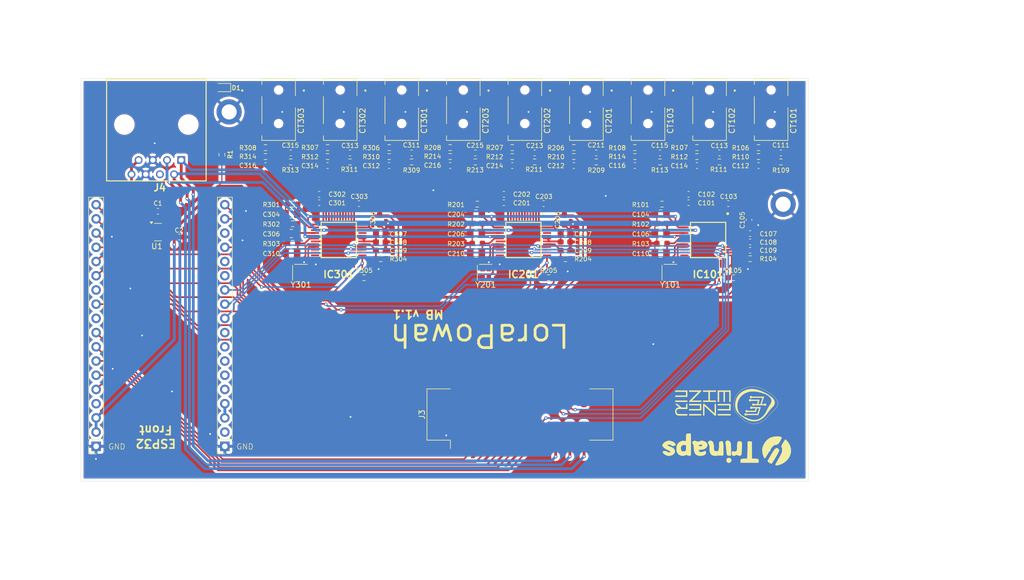
<source format=kicad_pcb>
(kicad_pcb
	(version 20240108)
	(generator "pcbnew")
	(generator_version "8.0")
	(general
		(thickness 1.6)
		(legacy_teardrops no)
	)
	(paper "A4")
	(layers
		(0 "F.Cu" signal)
		(31 "B.Cu" signal)
		(32 "B.Adhes" user "B.Adhesive")
		(33 "F.Adhes" user "F.Adhesive")
		(34 "B.Paste" user)
		(35 "F.Paste" user)
		(36 "B.SilkS" user "B.Silkscreen")
		(37 "F.SilkS" user "F.Silkscreen")
		(38 "B.Mask" user)
		(39 "F.Mask" user)
		(40 "Dwgs.User" user "User.Drawings")
		(41 "Cmts.User" user "User.Comments")
		(42 "Eco1.User" user "User.Eco1")
		(43 "Eco2.User" user "User.Eco2")
		(44 "Edge.Cuts" user)
		(45 "Margin" user)
		(46 "B.CrtYd" user "B.Courtyard")
		(47 "F.CrtYd" user "F.Courtyard")
		(48 "B.Fab" user)
		(49 "F.Fab" user)
		(50 "User.1" user)
		(51 "User.2" user)
		(52 "User.3" user)
		(53 "User.4" user)
		(54 "User.5" user)
		(55 "User.6" user)
		(56 "User.7" user)
		(57 "User.8" user)
		(58 "User.9" user)
	)
	(setup
		(pad_to_mask_clearance 0)
		(allow_soldermask_bridges_in_footprints no)
		(grid_origin 100.9 42.56)
		(pcbplotparams
			(layerselection 0x00010fc_ffffffff)
			(plot_on_all_layers_selection 0x0000000_00000000)
			(disableapertmacros no)
			(usegerberextensions no)
			(usegerberattributes yes)
			(usegerberadvancedattributes yes)
			(creategerberjobfile yes)
			(dashed_line_dash_ratio 12.000000)
			(dashed_line_gap_ratio 3.000000)
			(svgprecision 4)
			(plotframeref no)
			(viasonmask no)
			(mode 1)
			(useauxorigin no)
			(hpglpennumber 1)
			(hpglpenspeed 20)
			(hpglpendiameter 15.000000)
			(pdf_front_fp_property_popups yes)
			(pdf_back_fp_property_popups yes)
			(dxfpolygonmode yes)
			(dxfimperialunits yes)
			(dxfusepcbnewfont yes)
			(psnegative no)
			(psa4output no)
			(plotreference yes)
			(plotvalue yes)
			(plotfptext yes)
			(plotinvisibletext no)
			(sketchpadsonfab no)
			(subtractmaskfromsilk no)
			(outputformat 1)
			(mirror no)
			(drillshape 1)
			(scaleselection 1)
			(outputdirectory "")
		)
	)
	(net 0 "")
	(net 1 "GND")
	(net 2 "3V3")
	(net 3 "/current_sense_1/IA1P")
	(net 4 "/current_sense_1/IA1N")
	(net 5 "/current_sense_1/IB1P")
	(net 6 "/current_sense_1/IB1N")
	(net 7 "/current_sense_1/IC1P")
	(net 8 "/current_sense_1/IC1N")
	(net 9 "/current_sense_2/IA1P")
	(net 10 "/current_sense_2/IA1N")
	(net 11 "/current_sense_2/IB1P")
	(net 12 "/current_sense_2/IB1N")
	(net 13 "/current_sense_2/IC1P")
	(net 14 "/current_sense_2/IC1N")
	(net 15 "/current_sense_3/IA1P")
	(net 16 "/current_sense_3/IA1N")
	(net 17 "/current_sense_3/IB1P")
	(net 18 "/current_sense_3/IB1N")
	(net 19 "/current_sense_3/IC1P")
	(net 20 "/current_sense_3/IC1N")
	(net 21 "VBP-1")
	(net 22 "SCLK")
	(net 23 "MOSI")
	(net 24 "MISO")
	(net 25 "VAP-1")
	(net 26 "VCP-1")
	(net 27 "VIN")
	(net 28 "/Heltec Lora 32 v3 connector/IO36")
	(net 29 "/Heltec Lora 32 v3 connector/IO47")
	(net 30 "/Heltec Lora 32 v3 connector/IO44")
	(net 31 "/Heltec Lora 32 v3 connector/IO0")
	(net 32 "/Heltec Lora 32 v3 connector/IO48")
	(net 33 "/Heltec Lora 32 v3 connector/RST")
	(net 34 "/Heltec Lora 32 v3 connector/IO21")
	(net 35 "/Heltec Lora 32 v3 connector/IO43")
	(net 36 "/Heltec Lora 32 v3 connector/IO7")
	(net 37 "/Heltec Lora 32 v3 connector/IO1")
	(net 38 "/Heltec Lora 32 v3 connector/IO40")
	(net 39 "/Heltec Lora 32 v3 connector/IO42")
	(net 40 "/Heltec Lora 32 v3 connector/IO38")
	(net 41 "/Heltec Lora 32 v3 connector/IO37")
	(net 42 "/Heltec Lora 32 v3 connector/IO39")
	(net 43 "/Heltec Lora 32 v3 connector/IO45")
	(net 44 "/Heltec Lora 32 v3 connector/Ve")
	(net 45 "/Heltec Lora 32 v3 connector/IO41")
	(net 46 "/Heltec Lora 32 v3 connector/IO46")
	(net 47 "/Heltec Lora 32 v3 connector/5V")
	(net 48 "/IO19")
	(net 49 "/IO20")
	(net 50 "/IO26")
	(net 51 "/Heltec Lora 32 v3 connector/IO5")
	(net 52 "/Heltec Lora 32 v3 connector/IO6")
	(net 53 "Net-(IC301-VREF)")
	(net 54 "Net-(IC301-V1N)")
	(net 55 "Net-(IC301-V2N)")
	(net 56 "Net-(IC301-VDD18_1)")
	(net 57 "Net-(IC301-~{RESET})")
	(net 58 "Net-(IC301-V3N)")
	(net 59 "Net-(CT301-Pad3)")
	(net 60 "Net-(CT301-Pad1)")
	(net 61 "unconnected-(CT301-Pad2)")
	(net 62 "Net-(CT302-Pad3)")
	(net 63 "unconnected-(CT302-Pad2)")
	(net 64 "Net-(CT302-Pad1)")
	(net 65 "unconnected-(CT303-Pad2)")
	(net 66 "Net-(CT303-Pad1)")
	(net 67 "Net-(CT303-Pad3)")
	(net 68 "unconnected-(IC301-IRQ1-Pad31)")
	(net 69 "Net-(IC301-OSCI)")
	(net 70 "unconnected-(IC301-CF1-Pad25)")
	(net 71 "unconnected-(IC301-CF3-Pad27)")
	(net 72 "unconnected-(IC301-NC_1-Pad35)")
	(net 73 "unconnected-(IC301-NC_3-Pad46)")
	(net 74 "unconnected-(IC301-IRQ0-Pad30)")
	(net 75 "Net-(IC301-OSCO)")
	(net 76 "unconnected-(IC301-NC_2-Pad45)")
	(net 77 "unconnected-(IC301-ZX2-Pad24)")
	(net 78 "unconnected-(IC301-CF2-Pad26)")
	(net 79 "unconnected-(IC301-CF4-Pad28)")
	(net 80 "unconnected-(IC301-ZX0-Pad22)")
	(net 81 "unconnected-(IC301-ZX1-Pad23)")
	(net 82 "unconnected-(IC301-WARNOUT-Pad29)")
	(net 83 "Net-(IC101-VREF)")
	(net 84 "Net-(IC101-V1N)")
	(net 85 "Net-(IC101-V2N)")
	(net 86 "Net-(IC101-VDD18_1)")
	(net 87 "Net-(IC101-~{RESET})")
	(net 88 "Net-(IC101-V3N)")
	(net 89 "Net-(IC201-VREF)")
	(net 90 "Net-(IC201-V1N)")
	(net 91 "Net-(IC201-V2N)")
	(net 92 "Net-(IC201-VDD18_1)")
	(net 93 "Net-(IC201-~{RESET})")
	(net 94 "Net-(IC201-V3N)")
	(net 95 "Net-(CT101-Pad3)")
	(net 96 "Net-(CT101-Pad1)")
	(net 97 "unconnected-(CT101-Pad2)")
	(net 98 "Net-(CT102-Pad3)")
	(net 99 "unconnected-(CT102-Pad2)")
	(net 100 "Net-(CT102-Pad1)")
	(net 101 "unconnected-(CT103-Pad2)")
	(net 102 "Net-(CT103-Pad1)")
	(net 103 "Net-(CT103-Pad3)")
	(net 104 "unconnected-(CT201-Pad2)")
	(net 105 "Net-(CT201-Pad1)")
	(net 106 "Net-(CT201-Pad3)")
	(net 107 "unconnected-(CT202-Pad2)")
	(net 108 "Net-(CT202-Pad1)")
	(net 109 "Net-(CT202-Pad3)")
	(net 110 "Net-(CT203-Pad3)")
	(net 111 "unconnected-(CT203-Pad2)")
	(net 112 "Net-(CT203-Pad1)")
	(net 113 "unconnected-(IC101-IRQ1-Pad31)")
	(net 114 "Net-(IC101-OSCI)")
	(net 115 "unconnected-(IC101-CF1-Pad25)")
	(net 116 "unconnected-(IC101-CF3-Pad27)")
	(net 117 "unconnected-(IC101-NC_1-Pad35)")
	(net 118 "unconnected-(IC101-NC_3-Pad46)")
	(net 119 "unconnected-(IC101-IRQ0-Pad30)")
	(net 120 "Net-(IC101-OSCO)")
	(net 121 "unconnected-(IC101-NC_2-Pad45)")
	(net 122 "unconnected-(IC101-ZX2-Pad24)")
	(net 123 "unconnected-(IC101-CF2-Pad26)")
	(net 124 "unconnected-(IC101-CF4-Pad28)")
	(net 125 "unconnected-(IC101-ZX0-Pad22)")
	(net 126 "unconnected-(IC101-ZX1-Pad23)")
	(net 127 "unconnected-(IC101-WARNOUT-Pad29)")
	(net 128 "unconnected-(IC201-ZX0-Pad22)")
	(net 129 "Net-(IC201-OSCI)")
	(net 130 "unconnected-(IC201-NC_3-Pad46)")
	(net 131 "Net-(IC201-OSCO)")
	(net 132 "unconnected-(IC201-ZX2-Pad24)")
	(net 133 "unconnected-(IC201-NC_1-Pad35)")
	(net 134 "unconnected-(IC201-CF4-Pad28)")
	(net 135 "unconnected-(IC201-CF3-Pad27)")
	(net 136 "unconnected-(IC201-CF2-Pad26)")
	(net 137 "unconnected-(IC201-CF1-Pad25)")
	(net 138 "unconnected-(IC201-ZX1-Pad23)")
	(net 139 "unconnected-(IC201-WARNOUT-Pad29)")
	(net 140 "unconnected-(IC201-IRQ0-Pad30)")
	(net 141 "unconnected-(IC201-NC_2-Pad45)")
	(net 142 "unconnected-(IC201-IRQ1-Pad31)")
	(net 143 "unconnected-(J4-Pad4)")
	(net 144 "/Heltec Lora 32 v3 connector/IO2")
	(net 145 "/Heltec Lora 32 v3 connector/IO4")
	(net 146 "/Heltec Lora 32 v3 connector/IO3")
	(net 147 "Net-(D1-A)")
	(footprint "Resistor_SMD:R_0603_1608Metric_Pad0.98x0.95mm_HandSolder" (layer "F.Cu") (at 166.90005 56.54375 180))
	(footprint "Resistor_SMD:R_0603_1608Metric_Pad0.98x0.95mm_HandSolder" (layer "F.Cu") (at 210.99 54.94375 180))
	(footprint "Resistor_SMD:R_0603_1608Metric_Pad0.98x0.95mm_HandSolder" (layer "F.Cu") (at 204.4 57.49375 180))
	(footprint "Enerwize:Crystal_SMD_2016-4Pin_2.0x1.6mm" (layer "F.Cu") (at 206.25 77.29375 -90))
	(footprint "Resistor_SMD:R_0603_1608Metric_Pad0.98x0.95mm_HandSolder" (layer "F.Cu") (at 189.00005 56.54375 180))
	(footprint "Capacitor_SMD:C_0805_2012Metric_Pad1.18x1.45mm_HandSolder" (layer "F.Cu") (at 171.52005 66.79375 180))
	(footprint "Enerwize:BOOMELE_PJ-320B" (layer "F.Cu") (at 202.25 47.64375 -90))
	(footprint "Resistor_SMD:R_0603_1608Metric_Pad0.98x0.95mm_HandSolder" (layer "F.Cu") (at 215 57.49375 180))
	(footprint "Capacitor_SMD:C_0603_1608Metric_Pad1.08x0.95mm_HandSolder" (layer "F.Cu") (at 176.50005 64.79375 180))
	(footprint "Capacitor_SMD:C_0805_2012Metric_Pad1.18x1.45mm_HandSolder" (layer "F.Cu") (at 204.52 70.29375 180))
	(footprint "Capacitor_SMD:C_0603_1608Metric_Pad1.08x0.95mm_HandSolder" (layer "F.Cu") (at 160 55.89375))
	(footprint "Capacitor_SMD:C_0805_2012Metric_Pad1.18x1.45mm_HandSolder" (layer "F.Cu") (at 204.52 66.79375 180))
	(footprint "Resistor_SMD:R_0603_1608Metric_Pad0.98x0.95mm_HandSolder" (layer "F.Cu") (at 193.00005 57.49375 180))
	(footprint "Capacitor_SMD:C_0805_2012Metric_Pad1.18x1.45mm_HandSolder" (layer "F.Cu") (at 171.52005 70.29375 180))
	(footprint "Capacitor_SMD:C_0603_1608Metric_Pad1.08x0.95mm_HandSolder" (layer "F.Cu") (at 154.5 71.79375 180))
	(footprint "Resistor_SMD:R_0603_1608Metric_Pad0.98x0.95mm_HandSolder" (layer "F.Cu") (at 171.75005 72.04375 180))
	(footprint "Capacitor_SMD:C_0603_1608Metric_Pad1.08x0.95mm_HandSolder" (layer "F.Cu") (at 204.4 55.89375))
	(footprint "Connector_PinSocket_2.54mm:PinSocket_1x18_P2.54mm_Vertical" (layer "F.Cu") (at 103.635 108.315 180))
	(footprint "Enerwize:BOOMELE_PJ-320B" (layer "F.Cu") (at 158.25 47.64375 -90))
	(footprint "Resistor_SMD:R_0603_1608Metric_Pad0.98x0.95mm_HandSolder" (layer "F.Cu") (at 184.50005 78.19375))
	(footprint "Resistor_SMD:R_0603_1608Metric_Pad0.98x0.95mm_HandSolder" (layer "F.Cu") (at 138.4 57.49375 180))
	(footprint "Capacitor_SMD:C_0603_1608Metric_Pad1.08x0.95mm_HandSolder" (layer "F.Cu") (at 178.00005 58.14375))
	(footprint "Enerwize:Crystal_SMD_2016-4Pin_2.0x1.6mm" (layer "F.Cu") (at 173.25005 77.29375 -90))
	(footprint "Connector_IDC:IDC-Header_2x10_P2.54mm_Vertical_SMD" (layer "F.Cu") (at 179.375 102.635 90))
	(footprint "Connector_PinSocket_2.54mm:PinSocket_1x18_P2.54mm_Vertical" (layer "F.Cu") (at 126.635 108.315 180))
	(footprint "Resistor_SMD:R_0603_1608Metric_Pad0.98x0.95mm_HandSolder" (layer "F.Cu") (at 133.9 56.54375 180))
	(footprint "Capacitor_SMD:C_0603_1608Metric_Pad1.08x0.95mm_HandSolder" (layer "F.Cu") (at 187.30005 67.84375 90))
	(footprint "Capacitor_SMD:C_0603_1608Metric_Pad1.08x0.95mm_HandSolder" (layer "F.Cu") (at 222 58.14375))
	(footprint "Enerwize:BOOMELE_PJ-320B" (layer "F.Cu") (at 224.25 47.64375 -90))
	(footprint "Capacitor_SMD:C_0603_1608Metric_Pad1.08x0.95mm_HandSolder" (layer "F.Cu") (at 176.50005 63.29375 180))
	(footprint "Capacitor_SMD:C_0603_1608Metric_Pad1.08x0.95mm_HandSolder" (layer "F.Cu") (at 226 55.89375))
	(footprint "Capacitor_SMD:C_0603_1608Metric_Pad1.08x0.95mm_HandSolder"
		(layer "F.Cu")
		(uuid "3fe79f66-65e2-4496-ac54-a05a05057ce0")
		(at 209.5 63.29375 180)
		(descr "Capacitor SMD 0603 (1608 Metric), square (rectangular) end terminal, IPC_7351 nominal with elongated pad for handsoldering. (Body size source: IPC-SM-782 page 76, https://www.pcb-3d.com/wordpress/wp-content/uploads/ipc-sm-782a_amendment_1_and_2.pdf), generated with kicad-footprint-generator")
		(tags "capacitor handsolder")
		(property "Reference" "C102"
			(at -3.2 0 0)
			(layer "F.SilkS")
			(uuid "14c85752-df3a-4730-9e60-bb59c279a022")
			(effects
				(font
					(size 0.8 0.8)
					(thickness 0.12)
				)
			)
		)
		(property "Value" "100nF X7R ±5%"
			(at 0 1.43 0)
			(layer "F.Fab")
			(uuid "913db5a7-5728-44db-b547-f40071b538e1")
			(effects
				(font
					(size 1 1)
					(thickness 0.15)
				)
			)
		)
		(property "Footpr
... [2185039 chars truncated]
</source>
